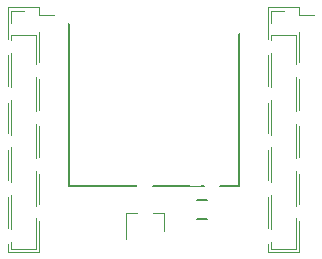
<source format=gto>
G04 #@! TF.GenerationSoftware,KiCad,Pcbnew,(5.1.5-0-10_14)*
G04 #@! TF.CreationDate,2020-04-11T19:26:15-04:00*
G04 #@! TF.ProjectId,crazyflie-usd-spi3,6372617a-7966-46c6-9965-2d7573642d73,rev?*
G04 #@! TF.SameCoordinates,Original*
G04 #@! TF.FileFunction,Legend,Top*
G04 #@! TF.FilePolarity,Positive*
%FSLAX46Y46*%
G04 Gerber Fmt 4.6, Leading zero omitted, Abs format (unit mm)*
G04 Created by KiCad (PCBNEW (5.1.5-0-10_14)) date 2020-04-11 19:26:15*
%MOMM*%
%LPD*%
G04 APERTURE LIST*
%ADD10C,0.120000*%
%ADD11C,0.127000*%
%ADD12C,0.152400*%
%ADD13C,0.100000*%
G04 APERTURE END LIST*
D10*
X139810000Y-58290000D02*
X141040000Y-58290000D01*
X137190000Y-77710000D02*
X137190000Y-78360000D01*
X137190000Y-73710000D02*
X137190000Y-76290000D01*
X137190000Y-69710000D02*
X137190000Y-72290000D01*
X137190000Y-65710000D02*
X137190000Y-68290000D01*
X137190000Y-61710000D02*
X137190000Y-64290000D01*
X137190000Y-57640000D02*
X137190000Y-60290000D01*
X137190000Y-78360000D02*
X139810000Y-78360000D01*
X139810000Y-75710000D02*
X139810000Y-78360000D01*
X139810000Y-71710000D02*
X139810000Y-74290000D01*
X139810000Y-67710000D02*
X139810000Y-70290000D01*
X139810000Y-63710000D02*
X139810000Y-66290000D01*
X139810000Y-59710000D02*
X139810000Y-62290000D01*
X139810000Y-57640000D02*
X139810000Y-58290000D01*
X137190000Y-57640000D02*
X139810000Y-57640000D01*
X161810000Y-58290000D02*
X163040000Y-58290000D01*
X159190000Y-77710000D02*
X159190000Y-78360000D01*
X159190000Y-73710000D02*
X159190000Y-76290000D01*
X159190000Y-69710000D02*
X159190000Y-72290000D01*
X159190000Y-65710000D02*
X159190000Y-68290000D01*
X159190000Y-61710000D02*
X159190000Y-64290000D01*
X159190000Y-57640000D02*
X159190000Y-60290000D01*
X159190000Y-78360000D02*
X161810000Y-78360000D01*
X161810000Y-75710000D02*
X161810000Y-78360000D01*
X161810000Y-71710000D02*
X161810000Y-74290000D01*
X161810000Y-67710000D02*
X161810000Y-70290000D01*
X161810000Y-63710000D02*
X161810000Y-66290000D01*
X161810000Y-59710000D02*
X161810000Y-62290000D01*
X161810000Y-57640000D02*
X161810000Y-58290000D01*
X159190000Y-57640000D02*
X161810000Y-57640000D01*
D11*
X156690000Y-72760000D02*
X156690000Y-58360000D01*
X156690000Y-72760000D02*
X142290000Y-72760000D01*
X142290000Y-72760000D02*
X142290000Y-57560000D01*
D10*
X150330000Y-75090000D02*
X150330000Y-76550000D01*
X147170000Y-75090000D02*
X147170000Y-77250000D01*
X147170000Y-75090000D02*
X148100000Y-75090000D01*
X150330000Y-75090000D02*
X149400000Y-75090000D01*
D12*
X153193600Y-73950000D02*
X154006400Y-73950000D01*
X153193600Y-75550000D02*
X154006400Y-75550000D01*
D10*
X137440000Y-78060000D02*
X139560000Y-78060000D01*
X137440000Y-60000000D02*
X137440000Y-78060000D01*
X139560000Y-60000000D02*
X139560000Y-78060000D01*
X137440000Y-60000000D02*
X139560000Y-60000000D01*
X137440000Y-59000000D02*
X137440000Y-57940000D01*
X137440000Y-57940000D02*
X138500000Y-57940000D01*
X159440000Y-57940000D02*
X160500000Y-57940000D01*
X159440000Y-59000000D02*
X159440000Y-57940000D01*
X159440000Y-60000000D02*
X161560000Y-60000000D01*
X161560000Y-60000000D02*
X161560000Y-78060000D01*
X159440000Y-60000000D02*
X159440000Y-78060000D01*
X159440000Y-78060000D02*
X161560000Y-78060000D01*
%LPC*%
D13*
G36*
X140924504Y-74501204D02*
G01*
X140948773Y-74504804D01*
X140972571Y-74510765D01*
X140995671Y-74519030D01*
X141017849Y-74529520D01*
X141038893Y-74542133D01*
X141058598Y-74556747D01*
X141076777Y-74573223D01*
X141093253Y-74591402D01*
X141107867Y-74611107D01*
X141120480Y-74632151D01*
X141130970Y-74654329D01*
X141139235Y-74677429D01*
X141145196Y-74701227D01*
X141148796Y-74725496D01*
X141150000Y-74750000D01*
X141150000Y-75250000D01*
X141148796Y-75274504D01*
X141145196Y-75298773D01*
X141139235Y-75322571D01*
X141130970Y-75345671D01*
X141120480Y-75367849D01*
X141107867Y-75388893D01*
X141093253Y-75408598D01*
X141076777Y-75426777D01*
X141058598Y-75443253D01*
X141038893Y-75457867D01*
X141017849Y-75470480D01*
X140995671Y-75480970D01*
X140972571Y-75489235D01*
X140948773Y-75495196D01*
X140924504Y-75498796D01*
X140900000Y-75500000D01*
X139500000Y-75500000D01*
X139475496Y-75498796D01*
X139451227Y-75495196D01*
X139427429Y-75489235D01*
X139404329Y-75480970D01*
X139382151Y-75470480D01*
X139361107Y-75457867D01*
X139341402Y-75443253D01*
X139323223Y-75426777D01*
X139306747Y-75408598D01*
X139292133Y-75388893D01*
X139279520Y-75367849D01*
X139269030Y-75345671D01*
X139260765Y-75322571D01*
X139254804Y-75298773D01*
X139251204Y-75274504D01*
X139250000Y-75250000D01*
X139250000Y-74750000D01*
X139251204Y-74725496D01*
X139254804Y-74701227D01*
X139260765Y-74677429D01*
X139269030Y-74654329D01*
X139279520Y-74632151D01*
X139292133Y-74611107D01*
X139306747Y-74591402D01*
X139323223Y-74573223D01*
X139341402Y-74556747D01*
X139361107Y-74542133D01*
X139382151Y-74529520D01*
X139404329Y-74519030D01*
X139427429Y-74510765D01*
X139451227Y-74504804D01*
X139475496Y-74501204D01*
X139500000Y-74500000D01*
X140900000Y-74500000D01*
X140924504Y-74501204D01*
G37*
G36*
X140924504Y-70501204D02*
G01*
X140948773Y-70504804D01*
X140972571Y-70510765D01*
X140995671Y-70519030D01*
X141017849Y-70529520D01*
X141038893Y-70542133D01*
X141058598Y-70556747D01*
X141076777Y-70573223D01*
X141093253Y-70591402D01*
X141107867Y-70611107D01*
X141120480Y-70632151D01*
X141130970Y-70654329D01*
X141139235Y-70677429D01*
X141145196Y-70701227D01*
X141148796Y-70725496D01*
X141150000Y-70750000D01*
X141150000Y-71250000D01*
X141148796Y-71274504D01*
X141145196Y-71298773D01*
X141139235Y-71322571D01*
X141130970Y-71345671D01*
X141120480Y-71367849D01*
X141107867Y-71388893D01*
X141093253Y-71408598D01*
X141076777Y-71426777D01*
X141058598Y-71443253D01*
X141038893Y-71457867D01*
X141017849Y-71470480D01*
X140995671Y-71480970D01*
X140972571Y-71489235D01*
X140948773Y-71495196D01*
X140924504Y-71498796D01*
X140900000Y-71500000D01*
X139500000Y-71500000D01*
X139475496Y-71498796D01*
X139451227Y-71495196D01*
X139427429Y-71489235D01*
X139404329Y-71480970D01*
X139382151Y-71470480D01*
X139361107Y-71457867D01*
X139341402Y-71443253D01*
X139323223Y-71426777D01*
X139306747Y-71408598D01*
X139292133Y-71388893D01*
X139279520Y-71367849D01*
X139269030Y-71345671D01*
X139260765Y-71322571D01*
X139254804Y-71298773D01*
X139251204Y-71274504D01*
X139250000Y-71250000D01*
X139250000Y-70750000D01*
X139251204Y-70725496D01*
X139254804Y-70701227D01*
X139260765Y-70677429D01*
X139269030Y-70654329D01*
X139279520Y-70632151D01*
X139292133Y-70611107D01*
X139306747Y-70591402D01*
X139323223Y-70573223D01*
X139341402Y-70556747D01*
X139361107Y-70542133D01*
X139382151Y-70529520D01*
X139404329Y-70519030D01*
X139427429Y-70510765D01*
X139451227Y-70504804D01*
X139475496Y-70501204D01*
X139500000Y-70500000D01*
X140900000Y-70500000D01*
X140924504Y-70501204D01*
G37*
G36*
X140924504Y-66501204D02*
G01*
X140948773Y-66504804D01*
X140972571Y-66510765D01*
X140995671Y-66519030D01*
X141017849Y-66529520D01*
X141038893Y-66542133D01*
X141058598Y-66556747D01*
X141076777Y-66573223D01*
X141093253Y-66591402D01*
X141107867Y-66611107D01*
X141120480Y-66632151D01*
X141130970Y-66654329D01*
X141139235Y-66677429D01*
X141145196Y-66701227D01*
X141148796Y-66725496D01*
X141150000Y-66750000D01*
X141150000Y-67250000D01*
X141148796Y-67274504D01*
X141145196Y-67298773D01*
X141139235Y-67322571D01*
X141130970Y-67345671D01*
X141120480Y-67367849D01*
X141107867Y-67388893D01*
X141093253Y-67408598D01*
X141076777Y-67426777D01*
X141058598Y-67443253D01*
X141038893Y-67457867D01*
X141017849Y-67470480D01*
X140995671Y-67480970D01*
X140972571Y-67489235D01*
X140948773Y-67495196D01*
X140924504Y-67498796D01*
X140900000Y-67500000D01*
X139500000Y-67500000D01*
X139475496Y-67498796D01*
X139451227Y-67495196D01*
X139427429Y-67489235D01*
X139404329Y-67480970D01*
X139382151Y-67470480D01*
X139361107Y-67457867D01*
X139341402Y-67443253D01*
X139323223Y-67426777D01*
X139306747Y-67408598D01*
X139292133Y-67388893D01*
X139279520Y-67367849D01*
X139269030Y-67345671D01*
X139260765Y-67322571D01*
X139254804Y-67298773D01*
X139251204Y-67274504D01*
X139250000Y-67250000D01*
X139250000Y-66750000D01*
X139251204Y-66725496D01*
X139254804Y-66701227D01*
X139260765Y-66677429D01*
X139269030Y-66654329D01*
X139279520Y-66632151D01*
X139292133Y-66611107D01*
X139306747Y-66591402D01*
X139323223Y-66573223D01*
X139341402Y-66556747D01*
X139361107Y-66542133D01*
X139382151Y-66529520D01*
X139404329Y-66519030D01*
X139427429Y-66510765D01*
X139451227Y-66504804D01*
X139475496Y-66501204D01*
X139500000Y-66500000D01*
X140900000Y-66500000D01*
X140924504Y-66501204D01*
G37*
G36*
X140924504Y-62501204D02*
G01*
X140948773Y-62504804D01*
X140972571Y-62510765D01*
X140995671Y-62519030D01*
X141017849Y-62529520D01*
X141038893Y-62542133D01*
X141058598Y-62556747D01*
X141076777Y-62573223D01*
X141093253Y-62591402D01*
X141107867Y-62611107D01*
X141120480Y-62632151D01*
X141130970Y-62654329D01*
X141139235Y-62677429D01*
X141145196Y-62701227D01*
X141148796Y-62725496D01*
X141150000Y-62750000D01*
X141150000Y-63250000D01*
X141148796Y-63274504D01*
X141145196Y-63298773D01*
X141139235Y-63322571D01*
X141130970Y-63345671D01*
X141120480Y-63367849D01*
X141107867Y-63388893D01*
X141093253Y-63408598D01*
X141076777Y-63426777D01*
X141058598Y-63443253D01*
X141038893Y-63457867D01*
X141017849Y-63470480D01*
X140995671Y-63480970D01*
X140972571Y-63489235D01*
X140948773Y-63495196D01*
X140924504Y-63498796D01*
X140900000Y-63500000D01*
X139500000Y-63500000D01*
X139475496Y-63498796D01*
X139451227Y-63495196D01*
X139427429Y-63489235D01*
X139404329Y-63480970D01*
X139382151Y-63470480D01*
X139361107Y-63457867D01*
X139341402Y-63443253D01*
X139323223Y-63426777D01*
X139306747Y-63408598D01*
X139292133Y-63388893D01*
X139279520Y-63367849D01*
X139269030Y-63345671D01*
X139260765Y-63322571D01*
X139254804Y-63298773D01*
X139251204Y-63274504D01*
X139250000Y-63250000D01*
X139250000Y-62750000D01*
X139251204Y-62725496D01*
X139254804Y-62701227D01*
X139260765Y-62677429D01*
X139269030Y-62654329D01*
X139279520Y-62632151D01*
X139292133Y-62611107D01*
X139306747Y-62591402D01*
X139323223Y-62573223D01*
X139341402Y-62556747D01*
X139361107Y-62542133D01*
X139382151Y-62529520D01*
X139404329Y-62519030D01*
X139427429Y-62510765D01*
X139451227Y-62504804D01*
X139475496Y-62501204D01*
X139500000Y-62500000D01*
X140900000Y-62500000D01*
X140924504Y-62501204D01*
G37*
G36*
X140924504Y-58501204D02*
G01*
X140948773Y-58504804D01*
X140972571Y-58510765D01*
X140995671Y-58519030D01*
X141017849Y-58529520D01*
X141038893Y-58542133D01*
X141058598Y-58556747D01*
X141076777Y-58573223D01*
X141093253Y-58591402D01*
X141107867Y-58611107D01*
X141120480Y-58632151D01*
X141130970Y-58654329D01*
X141139235Y-58677429D01*
X141145196Y-58701227D01*
X141148796Y-58725496D01*
X141150000Y-58750000D01*
X141150000Y-59250000D01*
X141148796Y-59274504D01*
X141145196Y-59298773D01*
X141139235Y-59322571D01*
X141130970Y-59345671D01*
X141120480Y-59367849D01*
X141107867Y-59388893D01*
X141093253Y-59408598D01*
X141076777Y-59426777D01*
X141058598Y-59443253D01*
X141038893Y-59457867D01*
X141017849Y-59470480D01*
X140995671Y-59480970D01*
X140972571Y-59489235D01*
X140948773Y-59495196D01*
X140924504Y-59498796D01*
X140900000Y-59500000D01*
X139500000Y-59500000D01*
X139475496Y-59498796D01*
X139451227Y-59495196D01*
X139427429Y-59489235D01*
X139404329Y-59480970D01*
X139382151Y-59470480D01*
X139361107Y-59457867D01*
X139341402Y-59443253D01*
X139323223Y-59426777D01*
X139306747Y-59408598D01*
X139292133Y-59388893D01*
X139279520Y-59367849D01*
X139269030Y-59345671D01*
X139260765Y-59322571D01*
X139254804Y-59298773D01*
X139251204Y-59274504D01*
X139250000Y-59250000D01*
X139250000Y-58750000D01*
X139251204Y-58725496D01*
X139254804Y-58701227D01*
X139260765Y-58677429D01*
X139269030Y-58654329D01*
X139279520Y-58632151D01*
X139292133Y-58611107D01*
X139306747Y-58591402D01*
X139323223Y-58573223D01*
X139341402Y-58556747D01*
X139361107Y-58542133D01*
X139382151Y-58529520D01*
X139404329Y-58519030D01*
X139427429Y-58510765D01*
X139451227Y-58504804D01*
X139475496Y-58501204D01*
X139500000Y-58500000D01*
X140900000Y-58500000D01*
X140924504Y-58501204D01*
G37*
G36*
X137524504Y-76501204D02*
G01*
X137548773Y-76504804D01*
X137572571Y-76510765D01*
X137595671Y-76519030D01*
X137617849Y-76529520D01*
X137638893Y-76542133D01*
X137658598Y-76556747D01*
X137676777Y-76573223D01*
X137693253Y-76591402D01*
X137707867Y-76611107D01*
X137720480Y-76632151D01*
X137730970Y-76654329D01*
X137739235Y-76677429D01*
X137745196Y-76701227D01*
X137748796Y-76725496D01*
X137750000Y-76750000D01*
X137750000Y-77250000D01*
X137748796Y-77274504D01*
X137745196Y-77298773D01*
X137739235Y-77322571D01*
X137730970Y-77345671D01*
X137720480Y-77367849D01*
X137707867Y-77388893D01*
X137693253Y-77408598D01*
X137676777Y-77426777D01*
X137658598Y-77443253D01*
X137638893Y-77457867D01*
X137617849Y-77470480D01*
X137595671Y-77480970D01*
X137572571Y-77489235D01*
X137548773Y-77495196D01*
X137524504Y-77498796D01*
X137500000Y-77500000D01*
X136100000Y-77500000D01*
X136075496Y-77498796D01*
X136051227Y-77495196D01*
X136027429Y-77489235D01*
X136004329Y-77480970D01*
X135982151Y-77470480D01*
X135961107Y-77457867D01*
X135941402Y-77443253D01*
X135923223Y-77426777D01*
X135906747Y-77408598D01*
X135892133Y-77388893D01*
X135879520Y-77367849D01*
X135869030Y-77345671D01*
X135860765Y-77322571D01*
X135854804Y-77298773D01*
X135851204Y-77274504D01*
X135850000Y-77250000D01*
X135850000Y-76750000D01*
X135851204Y-76725496D01*
X135854804Y-76701227D01*
X135860765Y-76677429D01*
X135869030Y-76654329D01*
X135879520Y-76632151D01*
X135892133Y-76611107D01*
X135906747Y-76591402D01*
X135923223Y-76573223D01*
X135941402Y-76556747D01*
X135961107Y-76542133D01*
X135982151Y-76529520D01*
X136004329Y-76519030D01*
X136027429Y-76510765D01*
X136051227Y-76504804D01*
X136075496Y-76501204D01*
X136100000Y-76500000D01*
X137500000Y-76500000D01*
X137524504Y-76501204D01*
G37*
G36*
X137524504Y-72501204D02*
G01*
X137548773Y-72504804D01*
X137572571Y-72510765D01*
X137595671Y-72519030D01*
X137617849Y-72529520D01*
X137638893Y-72542133D01*
X137658598Y-72556747D01*
X137676777Y-72573223D01*
X137693253Y-72591402D01*
X137707867Y-72611107D01*
X137720480Y-72632151D01*
X137730970Y-72654329D01*
X137739235Y-72677429D01*
X137745196Y-72701227D01*
X137748796Y-72725496D01*
X137750000Y-72750000D01*
X137750000Y-73250000D01*
X137748796Y-73274504D01*
X137745196Y-73298773D01*
X137739235Y-73322571D01*
X137730970Y-73345671D01*
X137720480Y-73367849D01*
X137707867Y-73388893D01*
X137693253Y-73408598D01*
X137676777Y-73426777D01*
X137658598Y-73443253D01*
X137638893Y-73457867D01*
X137617849Y-73470480D01*
X137595671Y-73480970D01*
X137572571Y-73489235D01*
X137548773Y-73495196D01*
X137524504Y-73498796D01*
X137500000Y-73500000D01*
X136100000Y-73500000D01*
X136075496Y-73498796D01*
X136051227Y-73495196D01*
X136027429Y-73489235D01*
X136004329Y-73480970D01*
X135982151Y-73470480D01*
X135961107Y-73457867D01*
X135941402Y-73443253D01*
X135923223Y-73426777D01*
X135906747Y-73408598D01*
X135892133Y-73388893D01*
X135879520Y-73367849D01*
X135869030Y-73345671D01*
X135860765Y-73322571D01*
X135854804Y-73298773D01*
X135851204Y-73274504D01*
X135850000Y-73250000D01*
X135850000Y-72750000D01*
X135851204Y-72725496D01*
X135854804Y-72701227D01*
X135860765Y-72677429D01*
X135869030Y-72654329D01*
X135879520Y-72632151D01*
X135892133Y-72611107D01*
X135906747Y-72591402D01*
X135923223Y-72573223D01*
X135941402Y-72556747D01*
X135961107Y-72542133D01*
X135982151Y-72529520D01*
X136004329Y-72519030D01*
X136027429Y-72510765D01*
X136051227Y-72504804D01*
X136075496Y-72501204D01*
X136100000Y-72500000D01*
X137500000Y-72500000D01*
X137524504Y-72501204D01*
G37*
G36*
X137524504Y-68501204D02*
G01*
X137548773Y-68504804D01*
X137572571Y-68510765D01*
X137595671Y-68519030D01*
X137617849Y-68529520D01*
X137638893Y-68542133D01*
X137658598Y-68556747D01*
X137676777Y-68573223D01*
X137693253Y-68591402D01*
X137707867Y-68611107D01*
X137720480Y-68632151D01*
X137730970Y-68654329D01*
X137739235Y-68677429D01*
X137745196Y-68701227D01*
X137748796Y-68725496D01*
X137750000Y-68750000D01*
X137750000Y-69250000D01*
X137748796Y-69274504D01*
X137745196Y-69298773D01*
X137739235Y-69322571D01*
X137730970Y-69345671D01*
X137720480Y-69367849D01*
X137707867Y-69388893D01*
X137693253Y-69408598D01*
X137676777Y-69426777D01*
X137658598Y-69443253D01*
X137638893Y-69457867D01*
X137617849Y-69470480D01*
X137595671Y-69480970D01*
X137572571Y-69489235D01*
X137548773Y-69495196D01*
X137524504Y-69498796D01*
X137500000Y-69500000D01*
X136100000Y-69500000D01*
X136075496Y-69498796D01*
X136051227Y-69495196D01*
X136027429Y-69489235D01*
X136004329Y-69480970D01*
X135982151Y-69470480D01*
X135961107Y-69457867D01*
X135941402Y-69443253D01*
X135923223Y-69426777D01*
X135906747Y-69408598D01*
X135892133Y-69388893D01*
X135879520Y-69367849D01*
X135869030Y-69345671D01*
X135860765Y-69322571D01*
X135854804Y-69298773D01*
X135851204Y-69274504D01*
X135850000Y-69250000D01*
X135850000Y-68750000D01*
X135851204Y-68725496D01*
X135854804Y-68701227D01*
X135860765Y-68677429D01*
X135869030Y-68654329D01*
X135879520Y-68632151D01*
X135892133Y-68611107D01*
X135906747Y-68591402D01*
X135923223Y-68573223D01*
X135941402Y-68556747D01*
X135961107Y-68542133D01*
X135982151Y-68529520D01*
X136004329Y-68519030D01*
X136027429Y-68510765D01*
X136051227Y-68504804D01*
X136075496Y-68501204D01*
X136100000Y-68500000D01*
X137500000Y-68500000D01*
X137524504Y-68501204D01*
G37*
G36*
X137524504Y-64501204D02*
G01*
X137548773Y-64504804D01*
X137572571Y-64510765D01*
X137595671Y-64519030D01*
X137617849Y-64529520D01*
X137638893Y-64542133D01*
X137658598Y-64556747D01*
X137676777Y-64573223D01*
X137693253Y-64591402D01*
X137707867Y-64611107D01*
X137720480Y-64632151D01*
X137730970Y-64654329D01*
X137739235Y-64677429D01*
X137745196Y-64701227D01*
X137748796Y-64725496D01*
X137750000Y-64750000D01*
X137750000Y-65250000D01*
X137748796Y-65274504D01*
X137745196Y-65298773D01*
X137739235Y-65322571D01*
X137730970Y-65345671D01*
X137720480Y-65367849D01*
X137707867Y-65388893D01*
X137693253Y-65408598D01*
X137676777Y-65426777D01*
X137658598Y-65443253D01*
X137638893Y-65457867D01*
X137617849Y-65470480D01*
X137595671Y-65480970D01*
X137572571Y-65489235D01*
X137548773Y-65495196D01*
X137524504Y-65498796D01*
X137500000Y-65500000D01*
X136100000Y-65500000D01*
X136075496Y-65498796D01*
X136051227Y-65495196D01*
X136027429Y-65489235D01*
X136004329Y-65480970D01*
X135982151Y-65470480D01*
X135961107Y-65457867D01*
X135941402Y-65443253D01*
X135923223Y-65426777D01*
X135906747Y-65408598D01*
X135892133Y-65388893D01*
X135879520Y-65367849D01*
X135869030Y-65345671D01*
X135860765Y-65322571D01*
X135854804Y-65298773D01*
X135851204Y-65274504D01*
X135850000Y-65250000D01*
X135850000Y-64750000D01*
X135851204Y-64725496D01*
X135854804Y-64701227D01*
X135860765Y-64677429D01*
X135869030Y-64654329D01*
X135879520Y-64632151D01*
X135892133Y-64611107D01*
X135906747Y-64591402D01*
X135923223Y-64573223D01*
X135941402Y-64556747D01*
X135961107Y-64542133D01*
X135982151Y-64529520D01*
X136004329Y-64519030D01*
X136027429Y-64510765D01*
X136051227Y-64504804D01*
X136075496Y-64501204D01*
X136100000Y-64500000D01*
X137500000Y-64500000D01*
X137524504Y-64501204D01*
G37*
G36*
X137524504Y-60501204D02*
G01*
X137548773Y-60504804D01*
X137572571Y-60510765D01*
X137595671Y-60519030D01*
X137617849Y-60529520D01*
X137638893Y-60542133D01*
X137658598Y-60556747D01*
X137676777Y-60573223D01*
X137693253Y-60591402D01*
X137707867Y-60611107D01*
X137720480Y-60632151D01*
X137730970Y-60654329D01*
X137739235Y-60677429D01*
X137745196Y-60701227D01*
X137748796Y-60725496D01*
X137750000Y-60750000D01*
X137750000Y-61250000D01*
X137748796Y-61274504D01*
X137745196Y-61298773D01*
X137739235Y-61322571D01*
X137730970Y-61345671D01*
X137720480Y-61367849D01*
X137707867Y-61388893D01*
X137693253Y-61408598D01*
X137676777Y-61426777D01*
X137658598Y-61443253D01*
X137638893Y-61457867D01*
X137617849Y-61470480D01*
X137595671Y-61480970D01*
X137572571Y-61489235D01*
X137548773Y-61495196D01*
X137524504Y-61498796D01*
X137500000Y-61500000D01*
X136100000Y-61500000D01*
X136075496Y-61498796D01*
X136051227Y-61495196D01*
X136027429Y-61489235D01*
X136004329Y-61480970D01*
X135982151Y-61470480D01*
X135961107Y-61457867D01*
X135941402Y-61443253D01*
X135923223Y-61426777D01*
X135906747Y-61408598D01*
X135892133Y-61388893D01*
X135879520Y-61367849D01*
X135869030Y-61345671D01*
X135860765Y-61322571D01*
X135854804Y-61298773D01*
X135851204Y-61274504D01*
X135850000Y-61250000D01*
X135850000Y-60750000D01*
X135851204Y-60725496D01*
X135854804Y-60701227D01*
X135860765Y-60677429D01*
X135869030Y-60654329D01*
X135879520Y-60632151D01*
X135892133Y-60611107D01*
X135906747Y-60591402D01*
X135923223Y-60573223D01*
X135941402Y-60556747D01*
X135961107Y-60542133D01*
X135982151Y-60529520D01*
X136004329Y-60519030D01*
X136027429Y-60510765D01*
X136051227Y-60504804D01*
X136075496Y-60501204D01*
X136100000Y-60500000D01*
X137500000Y-60500000D01*
X137524504Y-60501204D01*
G37*
G36*
X162924504Y-74501204D02*
G01*
X162948773Y-74504804D01*
X162972571Y-74510765D01*
X162995671Y-74519030D01*
X163017849Y-74529520D01*
X163038893Y-74542133D01*
X163058598Y-74556747D01*
X163076777Y-74573223D01*
X163093253Y-74591402D01*
X163107867Y-74611107D01*
X163120480Y-74632151D01*
X163130970Y-74654329D01*
X163139235Y-74677429D01*
X163145196Y-74701227D01*
X163148796Y-74725496D01*
X163150000Y-74750000D01*
X163150000Y-75250000D01*
X163148796Y-75274504D01*
X163145196Y-75298773D01*
X163139235Y-75322571D01*
X163130970Y-75345671D01*
X163120480Y-75367849D01*
X163107867Y-75388893D01*
X163093253Y-75408598D01*
X163076777Y-75426777D01*
X163058598Y-75443253D01*
X163038893Y-75457867D01*
X163017849Y-75470480D01*
X162995671Y-75480970D01*
X162972571Y-75489235D01*
X162948773Y-75495196D01*
X162924504Y-75498796D01*
X162900000Y-75500000D01*
X161500000Y-75500000D01*
X161475496Y-75498796D01*
X161451227Y-75495196D01*
X161427429Y-75489235D01*
X161404329Y-75480970D01*
X161382151Y-75470480D01*
X161361107Y-75457867D01*
X161341402Y-75443253D01*
X161323223Y-75426777D01*
X161306747Y-75408598D01*
X161292133Y-75388893D01*
X161279520Y-75367849D01*
X161269030Y-75345671D01*
X161260765Y-75322571D01*
X161254804Y-75298773D01*
X161251204Y-75274504D01*
X161250000Y-75250000D01*
X161250000Y-74750000D01*
X161251204Y-74725496D01*
X161254804Y-74701227D01*
X161260765Y-74677429D01*
X161269030Y-74654329D01*
X161279520Y-74632151D01*
X161292133Y-74611107D01*
X161306747Y-74591402D01*
X161323223Y-74573223D01*
X161341402Y-74556747D01*
X161361107Y-74542133D01*
X161382151Y-74529520D01*
X161404329Y-74519030D01*
X161427429Y-74510765D01*
X161451227Y-74504804D01*
X161475496Y-74501204D01*
X161500000Y-74500000D01*
X162900000Y-74500000D01*
X162924504Y-74501204D01*
G37*
G36*
X162924504Y-70501204D02*
G01*
X162948773Y-70504804D01*
X162972571Y-70510765D01*
X162995671Y-70519030D01*
X163017849Y-70529520D01*
X163038893Y-70542133D01*
X163058598Y-70556747D01*
X163076777Y-70573223D01*
X163093253Y-70591402D01*
X163107867Y-70611107D01*
X163120480Y-70632151D01*
X163130970Y-70654329D01*
X163139235Y-70677429D01*
X163145196Y-70701227D01*
X163148796Y-70725496D01*
X163150000Y-70750000D01*
X163150000Y-71250000D01*
X163148796Y-71274504D01*
X163145196Y-71298773D01*
X163139235Y-71322571D01*
X163130970Y-71345671D01*
X163120480Y-71367849D01*
X163107867Y-71388893D01*
X163093253Y-71408598D01*
X163076777Y-71426777D01*
X163058598Y-71443253D01*
X163038893Y-71457867D01*
X163017849Y-71470480D01*
X162995671Y-71480970D01*
X162972571Y-71489235D01*
X162948773Y-71495196D01*
X162924504Y-71498796D01*
X162900000Y-71500000D01*
X161500000Y-71500000D01*
X161475496Y-71498796D01*
X161451227Y-71495196D01*
X161427429Y-71489235D01*
X161404329Y-71480970D01*
X161382151Y-71470480D01*
X161361107Y-71457867D01*
X161341402Y-71443253D01*
X161323223Y-71426777D01*
X161306747Y-71408598D01*
X161292133Y-71388893D01*
X161279520Y-71367849D01*
X161269030Y-71345671D01*
X161260765Y-71322571D01*
X161254804Y-71298773D01*
X161251204Y-71274504D01*
X161250000Y-71250000D01*
X161250000Y-70750000D01*
X161251204Y-70725496D01*
X161254804Y-70701227D01*
X161260765Y-70677429D01*
X161269030Y-70654329D01*
X161279520Y-70632151D01*
X161292133Y-70611107D01*
X161306747Y-70591402D01*
X161323223Y-70573223D01*
X161341402Y-70556747D01*
X161361107Y-70542133D01*
X161382151Y-70529520D01*
X161404329Y-70519030D01*
X161427429Y-70510765D01*
X161451227Y-70504804D01*
X161475496Y-70501204D01*
X161500000Y-70500000D01*
X162900000Y-70500000D01*
X162924504Y-70501204D01*
G37*
G36*
X162924504Y-66501204D02*
G01*
X162948773Y-66504804D01*
X162972571Y-66510765D01*
X162995671Y-66519030D01*
X163017849Y-66529520D01*
X163038893Y-66542133D01*
X163058598Y-66556747D01*
X163076777Y-66573223D01*
X163093253Y-66591402D01*
X163107867Y-66611107D01*
X163120480Y-66632151D01*
X163130970Y-66654329D01*
X163139235Y-66677429D01*
X163145196Y-66701227D01*
X163148796Y-66725496D01*
X163150000Y-66750000D01*
X163150000Y-67250000D01*
X163148796Y-67274504D01*
X163145196Y-67298773D01*
X163139235Y-67322571D01*
X163130970Y-67345671D01*
X163120480Y-67367849D01*
X163107867Y-67388893D01*
X163093253Y-67408598D01*
X163076777Y-67426777D01*
X163058598Y-67443253D01*
X163038893Y-67457867D01*
X163017849Y-67470480D01*
X162995671Y-67480970D01*
X162972571Y-67489235D01*
X162948773Y-67495196D01*
X162924504Y-67498796D01*
X162900000Y-67500000D01*
X161500000Y-67500000D01*
X161475496Y-67498796D01*
X161451227Y-67495196D01*
X161427429Y-67489235D01*
X161404329Y-67480970D01*
X161382151Y-67470480D01*
X161361107Y-67457867D01*
X161341402Y-67443253D01*
X161323223Y-67426777D01*
X161306747Y-67408598D01*
X161292133Y-67388893D01*
X161279520Y-67367849D01*
X161269030Y-67345671D01*
X161260765Y-67322571D01*
X161254804Y-67298773D01*
X161251204Y-67274504D01*
X161250000Y-67250000D01*
X161250000Y-66750000D01*
X161251204Y-66725496D01*
X161254804Y-66701227D01*
X161260765Y-66677429D01*
X161269030Y-66654329D01*
X161279520Y-66632151D01*
X161292133Y-66611107D01*
X161306747Y-66591402D01*
X161323223Y-66573223D01*
X161341402Y-66556747D01*
X161361107Y-66542133D01*
X161382151Y-66529520D01*
X161404329Y-66519030D01*
X161427429Y-66510765D01*
X161451227Y-66504804D01*
X161475496Y-66501204D01*
X161500000Y-66500000D01*
X162900000Y-66500000D01*
X162924504Y-66501204D01*
G37*
G36*
X162924504Y-62501204D02*
G01*
X162948773Y-62504804D01*
X162972571Y-62510765D01*
X162995671Y-62519030D01*
X163017849Y-62529520D01*
X163038893Y-62542133D01*
X163058598Y-62556747D01*
X163076777Y-62573223D01*
X163093253Y-62591402D01*
X163107867Y-62611107D01*
X163120480Y-62632151D01*
X163130970Y-62654329D01*
X163139235Y-62677429D01*
X163145196Y-62701227D01*
X163148796Y-62725496D01*
X163150000Y-62750000D01*
X163150000Y-63250000D01*
X163148796Y-63274504D01*
X163145196Y-63298773D01*
X163139235Y-63322571D01*
X163130970Y-63345671D01*
X163120480Y-63367849D01*
X163107867Y-63388893D01*
X163093253Y-63408598D01*
X163076777Y-63426777D01*
X163058598Y-63443253D01*
X163038893Y-63457867D01*
X163017849Y-63470480D01*
X162995671Y-63480970D01*
X162972571Y-63489235D01*
X162948773Y-63495196D01*
X162924504Y-63498796D01*
X162900000Y-63500000D01*
X161500000Y-63500000D01*
X161475496Y-63498796D01*
X161451227Y-63495196D01*
X161427429Y-63489235D01*
X161404329Y-63480970D01*
X161382151Y-63470480D01*
X161361107Y-63457867D01*
X161341402Y-63443253D01*
X161323223Y-63426777D01*
X161306747Y-63408598D01*
X161292133Y-63388893D01*
X161279520Y-63367849D01*
X161269030Y-63345671D01*
X161260765Y-63322571D01*
X161254804Y-63298773D01*
X161251204Y-63274504D01*
X161250000Y-63250000D01*
X161250000Y-62750000D01*
X161251204Y-62725496D01*
X161254804Y-62701227D01*
X161260765Y-62677429D01*
X161269030Y-62654329D01*
X161279520Y-62632151D01*
X161292133Y-62611107D01*
X161306747Y-62591402D01*
X161323223Y-62573223D01*
X161341402Y-62556747D01*
X161361107Y-62542133D01*
X161382151Y-62529520D01*
X161404329Y-62519030D01*
X161427429Y-62510765D01*
X161451227Y-62504804D01*
X161475496Y-62501204D01*
X161500000Y-62500000D01*
X162900000Y-62500000D01*
X162924504Y-62501204D01*
G37*
G36*
X162924504Y-58501204D02*
G01*
X162948773Y-58504804D01*
X162972571Y-58510765D01*
X162995671Y-58519030D01*
X163017849Y-58529520D01*
X163038893Y-58542133D01*
X163058598Y-58556747D01*
X163076777Y-58573223D01*
X163093253Y-58591402D01*
X163107867Y-58611107D01*
X163120480Y-58632151D01*
X163130970Y-58654329D01*
X163139235Y-58677429D01*
X163145196Y-58701227D01*
X163148796Y-58725496D01*
X163150000Y-58750000D01*
X163150000Y-59250000D01*
X163148796Y-59274504D01*
X163145196Y-59298773D01*
X163139235Y-59322571D01*
X163130970Y-59345671D01*
X163120480Y-59367849D01*
X163107867Y-59388893D01*
X163093253Y-59408598D01*
X163076777Y-59426777D01*
X163058598Y-59443253D01*
X163038893Y-59457867D01*
X163017849Y-59470480D01*
X162995671Y-59480970D01*
X162972571Y-59489235D01*
X162948773Y-59495196D01*
X162924504Y-59498796D01*
X162900000Y-59500000D01*
X161500000Y-59500000D01*
X161475496Y-59498796D01*
X161451227Y-59495196D01*
X161427429Y-59489235D01*
X161404329Y-59480970D01*
X161382151Y-59470480D01*
X161361107Y-59457867D01*
X161341402Y-59443253D01*
X161323223Y-59426777D01*
X161306747Y-59408598D01*
X161292133Y-59388893D01*
X161279520Y-59367849D01*
X161269030Y-59345671D01*
X161260765Y-59322571D01*
X161254804Y-59298773D01*
X161251204Y-59274504D01*
X161250000Y-59250000D01*
X161250000Y-58750000D01*
X161251204Y-58725496D01*
X161254804Y-58701227D01*
X161260765Y-58677429D01*
X161269030Y-58654329D01*
X161279520Y-58632151D01*
X161292133Y-58611107D01*
X161306747Y-58591402D01*
X161323223Y-58573223D01*
X161341402Y-58556747D01*
X161361107Y-58542133D01*
X161382151Y-58529520D01*
X161404329Y-58519030D01*
X161427429Y-58510765D01*
X161451227Y-58504804D01*
X161475496Y-58501204D01*
X161500000Y-58500000D01*
X162900000Y-58500000D01*
X162924504Y-58501204D01*
G37*
G36*
X159524504Y-76501204D02*
G01*
X159548773Y-76504804D01*
X159572571Y-76510765D01*
X159595671Y-76519030D01*
X159617849Y-76529520D01*
X159638893Y-76542133D01*
X159658598Y-76556747D01*
X159676777Y-76573223D01*
X159693253Y-76591402D01*
X159707867Y-76611107D01*
X159720480Y-76632151D01*
X159730970Y-76654329D01*
X159739235Y-76677429D01*
X159745196Y-76701227D01*
X159748796Y-76725496D01*
X159750000Y-76750000D01*
X159750000Y-77250000D01*
X159748796Y-77274504D01*
X159745196Y-77298773D01*
X159739235Y-77322571D01*
X159730970Y-77345671D01*
X159720480Y-77367849D01*
X159707867Y-77388893D01*
X159693253Y-77408598D01*
X159676777Y-77426777D01*
X159658598Y-77443253D01*
X159638893Y-77457867D01*
X159617849Y-77470480D01*
X159595671Y-77480970D01*
X159572571Y-77489235D01*
X159548773Y-77495196D01*
X159524504Y-77498796D01*
X159500000Y-77500000D01*
X158100000Y-77500000D01*
X158075496Y-77498796D01*
X158051227Y-77495196D01*
X158027429Y-77489235D01*
X158004329Y-77480970D01*
X157982151Y-77470480D01*
X157961107Y-77457867D01*
X157941402Y-77443253D01*
X157923223Y-77426777D01*
X157906747Y-77408598D01*
X157892133Y-77388893D01*
X157879520Y-77367849D01*
X157869030Y-77345671D01*
X157860765Y-77322571D01*
X157854804Y-77298773D01*
X157851204Y-77274504D01*
X157850000Y-77250000D01*
X157850000Y-76750000D01*
X157851204Y-76725496D01*
X157854804Y-76701227D01*
X157860765Y-76677429D01*
X157869030Y-76654329D01*
X157879520Y-76632151D01*
X157892133Y-76611107D01*
X157906747Y-76591402D01*
X157923223Y-76573223D01*
X157941402Y-76556747D01*
X157961107Y-76542133D01*
X157982151Y-76529520D01*
X158004329Y-76519030D01*
X158027429Y-76510765D01*
X158051227Y-76504804D01*
X158075496Y-76501204D01*
X158100000Y-76500000D01*
X159500000Y-76500000D01*
X159524504Y-76501204D01*
G37*
G36*
X159524504Y-72501204D02*
G01*
X159548773Y-72504804D01*
X159572571Y-72510765D01*
X159595671Y-72519030D01*
X159617849Y-72529520D01*
X159638893Y-72542133D01*
X159658598Y-72556747D01*
X159676777Y-72573223D01*
X159693253Y-72591402D01*
X159707867Y-72611107D01*
X159720480Y-72632151D01*
X159730970Y-72654329D01*
X159739235Y-72677429D01*
X159745196Y-72701227D01*
X159748796Y-72725496D01*
X159750000Y-72750000D01*
X159750000Y-73250000D01*
X159748796Y-73274504D01*
X159745196Y-73298773D01*
X159739235Y-73322571D01*
X159730970Y-73345671D01*
X159720480Y-73367849D01*
X159707867Y-73388893D01*
X159693253Y-73408598D01*
X159676777Y-73426777D01*
X159658598Y-73443253D01*
X159638893Y-73457867D01*
X159617849Y-73470480D01*
X159595671Y-73480970D01*
X159572571Y-73489235D01*
X159548773Y-73495196D01*
X159524504Y-73498796D01*
X159500000Y-73500000D01*
X158100000Y-73500000D01*
X158075496Y-73498796D01*
X158051227Y-73495196D01*
X158027429Y-73489235D01*
X158004329Y-73480970D01*
X157982151Y-73470480D01*
X157961107Y-73457867D01*
X157941402Y-73443253D01*
X157923223Y-73426777D01*
X157906747Y-73408598D01*
X157892133Y-73388893D01*
X157879520Y-73367849D01*
X157869030Y-73345671D01*
X157860765Y-73322571D01*
X157854804Y-73298773D01*
X157851204Y-73274504D01*
X157850000Y-73250000D01*
X157850000Y-72750000D01*
X157851204Y-72725496D01*
X157854804Y-72701227D01*
X157860765Y-72677429D01*
X157869030Y-72654329D01*
X157879520Y-72632151D01*
X157892133Y-72611107D01*
X157906747Y-72591402D01*
X157923223Y-72573223D01*
X157941402Y-72556747D01*
X157961107Y-72542133D01*
X157982151Y-72529520D01*
X158004329Y-72519030D01*
X158027429Y-72510765D01*
X158051227Y-72504804D01*
X158075496Y-72501204D01*
X158100000Y-72500000D01*
X159500000Y-72500000D01*
X159524504Y-72501204D01*
G37*
G36*
X159524504Y-68501204D02*
G01*
X159548773Y-68504804D01*
X159572571Y-68510765D01*
X159595671Y-68519030D01*
X159617849Y-68529520D01*
X159638893Y-68542133D01*
X159658598Y-68556747D01*
X159676777Y-68573223D01*
X159693253Y-68591402D01*
X159707867Y-68611107D01*
X159720480Y-68632151D01*
X159730970Y-68654329D01*
X159739235Y-68677429D01*
X159745196Y-68701227D01*
X159748796Y-68725496D01*
X159750000Y-68750000D01*
X159750000Y-69250000D01*
X159748796Y-69274504D01*
X159745196Y-69298773D01*
X159739235Y-69322571D01*
X159730970Y-69345671D01*
X159720480Y-69367849D01*
X159707867Y-69388893D01*
X159693253Y-69408598D01*
X159676777Y-69426777D01*
X159658598Y-69443253D01*
X159638893Y-69457867D01*
X159617849Y-69470480D01*
X159595671Y-69480970D01*
X159572571Y-69489235D01*
X159548773Y-69495196D01*
X159524504Y-69498796D01*
X159500000Y-69500000D01*
X158100000Y-69500000D01*
X158075496Y-69498796D01*
X158051227Y-69495196D01*
X158027429Y-69489235D01*
X158004329Y-69480970D01*
X157982151Y-69470480D01*
X157961107Y-69457867D01*
X157941402Y-69443253D01*
X157923223Y-69426777D01*
X157906747Y-69408598D01*
X157892133Y-69388893D01*
X157879520Y-69367849D01*
X157869030Y-69345671D01*
X157860765Y-69322571D01*
X157854804Y-69298773D01*
X157851204Y-69274504D01*
X157850000Y-69250000D01*
X157850000Y-68750000D01*
X157851204Y-68725496D01*
X157854804Y-68701227D01*
X157860765Y-68677429D01*
X157869030Y-68654329D01*
X157879520Y-68632151D01*
X157892133Y-68611107D01*
X157906747Y-68591402D01*
X157923223Y-68573223D01*
X157941402Y-68556747D01*
X157961107Y-68542133D01*
X157982151Y-68529520D01*
X158004329Y-68519030D01*
X158027429Y-68510765D01*
X158051227Y-68504804D01*
X158075496Y-68501204D01*
X158100000Y-68500000D01*
X159500000Y-68500000D01*
X159524504Y-68501204D01*
G37*
G36*
X159524504Y-64501204D02*
G01*
X159548773Y-64504804D01*
X159572571Y-64510765D01*
X159595671Y-64519030D01*
X159617849Y-64529520D01*
X159638893Y-64542133D01*
X159658598Y-64556747D01*
X159676777Y-64573223D01*
X159693253Y-64591402D01*
X159707867Y-64611107D01*
X159720480Y-64632151D01*
X159730970Y-64654329D01*
X159739235Y-64677429D01*
X159745196Y-64701227D01*
X159748796Y-64725496D01*
X159750000Y-64750000D01*
X159750000Y-65250000D01*
X159748796Y-65274504D01*
X159745196Y-65298773D01*
X159739235Y-65322571D01*
X159730970Y-65345671D01*
X159720480Y-65367849D01*
X159707867Y-65388893D01*
X159693253Y-65408598D01*
X159676777Y-65426777D01*
X159658598Y-65443253D01*
X159638893Y-65457867D01*
X159617849Y-65470480D01*
X159595671Y-65480970D01*
X159572571Y-65489235D01*
X159548773Y-65495196D01*
X159524504Y-65498796D01*
X159500000Y-65500000D01*
X158100000Y-65500000D01*
X158075496Y-65498796D01*
X158051227Y-65495196D01*
X158027429Y-65489235D01*
X158004329Y-65480970D01*
X157982151Y-65470480D01*
X157961107Y-65457867D01*
X157941402Y-65443253D01*
X157923223Y-65426777D01*
X157906747Y-65408598D01*
X157892133Y-65388893D01*
X157879520Y-65367849D01*
X157869030Y-65345671D01*
X157860765Y-65322571D01*
X157854804Y-65298773D01*
X157851204Y-65274504D01*
X157850000Y-65250000D01*
X157850000Y-64750000D01*
X157851204Y-64725496D01*
X157854804Y-64701227D01*
X157860765Y-64677429D01*
X157869030Y-64654329D01*
X157879520Y-64632151D01*
X157892133Y-64611107D01*
X157906747Y-64591402D01*
X157923223Y-64573223D01*
X157941402Y-64556747D01*
X157961107Y-64542133D01*
X157982151Y-64529520D01*
X158004329Y-64519030D01*
X158027429Y-64510765D01*
X158051227Y-64504804D01*
X158075496Y-64501204D01*
X158100000Y-64500000D01*
X159500000Y-64500000D01*
X159524504Y-64501204D01*
G37*
G36*
X159524504Y-60501204D02*
G01*
X159548773Y-60504804D01*
X159572571Y-60510765D01*
X159595671Y-60519030D01*
X159617849Y-60529520D01*
X159638893Y-60542133D01*
X159658598Y-60556747D01*
X159676777Y-60573223D01*
X159693253Y-60591402D01*
X159707867Y-60611107D01*
X159720480Y-60632151D01*
X159730970Y-60654329D01*
X159739235Y-60677429D01*
X159745196Y-60701227D01*
X159748796Y-60725496D01*
X159750000Y-60750000D01*
X159750000Y-61250000D01*
X159748796Y-61274504D01*
X159745196Y-61298773D01*
X159739235Y-61322571D01*
X159730970Y-61345671D01*
X159720480Y-61367849D01*
X159707867Y-61388893D01*
X159693253Y-61408598D01*
X159676777Y-61426777D01*
X159658598Y-61443253D01*
X159638893Y-61457867D01*
X159617849Y-61470480D01*
X159595671Y-61480970D01*
X159572571Y-61489235D01*
X159548773Y-61495196D01*
X159524504Y-61498796D01*
X159500000Y-61500000D01*
X158100000Y-61500000D01*
X158075496Y-61498796D01*
X158051227Y-61495196D01*
X158027429Y-61489235D01*
X158004329Y-61480970D01*
X157982151Y-61470480D01*
X157961107Y-61457867D01*
X157941402Y-61443253D01*
X157923223Y-61426777D01*
X157906747Y-61408598D01*
X157892133Y-61388893D01*
X157879520Y-61367849D01*
X157869030Y-61345671D01*
X157860765Y-61322571D01*
X157854804Y-61298773D01*
X157851204Y-61274504D01*
X157850000Y-61250000D01*
X157850000Y-60750000D01*
X157851204Y-60725496D01*
X157854804Y-60701227D01*
X157860765Y-60677429D01*
X157869030Y-60654329D01*
X157879520Y-60632151D01*
X157892133Y-60611107D01*
X157906747Y-60591402D01*
X157923223Y-60573223D01*
X157941402Y-60556747D01*
X157961107Y-60542133D01*
X157982151Y-60529520D01*
X158004329Y-60519030D01*
X158027429Y-60510765D01*
X158051227Y-60504804D01*
X158075496Y-60501204D01*
X158100000Y-60500000D01*
X159500000Y-60500000D01*
X159524504Y-60501204D01*
G37*
G36*
X155497054Y-60501083D02*
G01*
X155518895Y-60504323D01*
X155540314Y-60509688D01*
X155561104Y-60517127D01*
X155581064Y-60526568D01*
X155600003Y-60537919D01*
X155617738Y-60551073D01*
X155634099Y-60565901D01*
X155648927Y-60582262D01*
X155662081Y-60599997D01*
X155673432Y-60618936D01*
X155682873Y-60638896D01*
X155690312Y-60659686D01*
X155695677Y-60681105D01*
X155698917Y-60702946D01*
X155700000Y-60725000D01*
X155700000Y-61875000D01*
X155698917Y-61897054D01*
X155695677Y-61918895D01*
X155690312Y-61940314D01*
X155682873Y-61961104D01*
X155673432Y-61981064D01*
X155662081Y-62000003D01*
X155648927Y-62017738D01*
X155634099Y-62034099D01*
X155617738Y-62048927D01*
X155600003Y-62062081D01*
X155581064Y-62073432D01*
X155561104Y-62082873D01*
X155540314Y-62090312D01*
X155518895Y-62095677D01*
X155497054Y-62098917D01*
X155475000Y-62100000D01*
X155025000Y-62100000D01*
X155002946Y-62098917D01*
X154981105Y-62095677D01*
X154959686Y-62090312D01*
X154938896Y-62082873D01*
X154918936Y-62073432D01*
X154899997Y-62062081D01*
X154882262Y-62048927D01*
X154865901Y-62034099D01*
X154851073Y-62017738D01*
X154837919Y-62000003D01*
X154826568Y-61981064D01*
X154817127Y-61961104D01*
X154809688Y-61940314D01*
X154804323Y-61918895D01*
X154801083Y-61897054D01*
X154800000Y-61875000D01*
X154800000Y-60725000D01*
X154801083Y-60702946D01*
X154804323Y-60681105D01*
X154809688Y-60659686D01*
X154817127Y-60638896D01*
X154826568Y-60618936D01*
X154837919Y-60599997D01*
X154851073Y-60582262D01*
X154865901Y-60565901D01*
X154882262Y-60551073D01*
X154899997Y-60537919D01*
X154918936Y-60526568D01*
X154938896Y-60517127D01*
X154959686Y-60509688D01*
X154981105Y-60504323D01*
X155002946Y-60501083D01*
X155025000Y-60500000D01*
X155475000Y-60500000D01*
X155497054Y-60501083D01*
G37*
G36*
X154397054Y-60501083D02*
G01*
X154418895Y-60504323D01*
X154440314Y-60509688D01*
X154461104Y-60517127D01*
X154481064Y-60526568D01*
X154500003Y-60537919D01*
X154517738Y-60551073D01*
X154534099Y-60565901D01*
X154548927Y-60582262D01*
X154562081Y-60599997D01*
X154573432Y-60618936D01*
X154582873Y-60638896D01*
X154590312Y-60659686D01*
X154595677Y-60681105D01*
X154598917Y-60702946D01*
X154600000Y-60725000D01*
X154600000Y-61875000D01*
X154598917Y-61897054D01*
X154595677Y-61918895D01*
X154590312Y-61940314D01*
X154582873Y-61961104D01*
X154573432Y-61981064D01*
X154562081Y-62000003D01*
X154548927Y-62017738D01*
X154534099Y-62034099D01*
X154517738Y-62048927D01*
X154500003Y-62062081D01*
X154481064Y-62073432D01*
X154461104Y-62082873D01*
X154440314Y-62090312D01*
X154418895Y-62095677D01*
X154397054Y-62098917D01*
X154375000Y-62100000D01*
X153925000Y-62100000D01*
X153902946Y-62098917D01*
X153881105Y-62095677D01*
X153859686Y-62090312D01*
X153838896Y-62082873D01*
X153818936Y-62073432D01*
X153799997Y-62062081D01*
X153782262Y-62048927D01*
X153765901Y-62034099D01*
X153751073Y-62017738D01*
X153737919Y-62000003D01*
X153726568Y-61981064D01*
X153717127Y-61961104D01*
X153709688Y-61940314D01*
X153704323Y-61918895D01*
X153701083Y-61897054D01*
X153700000Y-61875000D01*
X153700000Y-60725000D01*
X153701083Y-60702946D01*
X153704323Y-60681105D01*
X153709688Y-60659686D01*
X153717127Y-60638896D01*
X153726568Y-60618936D01*
X153737919Y-60599997D01*
X153751073Y-60582262D01*
X153765901Y-60565901D01*
X153782262Y-60551073D01*
X153799997Y-60537919D01*
X153818936Y-60526568D01*
X153838896Y-60517127D01*
X153859686Y-60509688D01*
X153881105Y-60504323D01*
X153902946Y-60501083D01*
X153925000Y-60500000D01*
X154375000Y-60500000D01*
X154397054Y-60501083D01*
G37*
G36*
X153297054Y-60301083D02*
G01*
X153318895Y-60304323D01*
X153340314Y-60309688D01*
X153361104Y-60317127D01*
X153381064Y-60326568D01*
X153400003Y-60337919D01*
X153417738Y-60351073D01*
X153434099Y-60365901D01*
X153448927Y-60382262D01*
X153462081Y-60399997D01*
X153473432Y-60418936D01*
X153482873Y-60438896D01*
X153490312Y-60459686D01*
X153495677Y-60481105D01*
X153498917Y-60502946D01*
X153500000Y-60525000D01*
X153500000Y-61675000D01*
X153498917Y-61697054D01*
X153495677Y-61718895D01*
X153490312Y-61740314D01*
X153482873Y-61761104D01*
X153473432Y-61781064D01*
X153462081Y-61800003D01*
X153448927Y-61817738D01*
X153434099Y-61834099D01*
X153417738Y-61848927D01*
X153400003Y-61862081D01*
X153381064Y-61873432D01*
X153361104Y-61882873D01*
X153340314Y-61890312D01*
X153318895Y-61895677D01*
X153297054Y-61898917D01*
X153275000Y-61900000D01*
X152825000Y-61900000D01*
X152802946Y-61898917D01*
X152781105Y-61895677D01*
X152759686Y-61890312D01*
X152738896Y-61882873D01*
X152718936Y-61873432D01*
X152699997Y-61862081D01*
X152682262Y-61848927D01*
X152665901Y-61834099D01*
X152651073Y-61817738D01*
X152637919Y-61800003D01*
X152626568Y-61781064D01*
X152617127Y-61761104D01*
X152609688Y-61740314D01*
X152604323Y-61718895D01*
X152601083Y-61697054D01*
X152600000Y-61675000D01*
X152600000Y-60525000D01*
X152601083Y-60502946D01*
X152604323Y-60481105D01*
X152609688Y-60459686D01*
X152617127Y-60438896D01*
X152626568Y-60418936D01*
X152637919Y-60399997D01*
X152651073Y-60382262D01*
X152665901Y-60365901D01*
X152682262Y-60351073D01*
X152699997Y-60337919D01*
X152718936Y-60326568D01*
X152738896Y-60317127D01*
X152759686Y-60309688D01*
X152781105Y-60304323D01*
X152802946Y-60301083D01*
X152825000Y-60300000D01*
X153275000Y-60300000D01*
X153297054Y-60301083D01*
G37*
G36*
X152197054Y-60501083D02*
G01*
X152218895Y-60504323D01*
X152240314Y-60509688D01*
X152261104Y-60517127D01*
X152281064Y-60526568D01*
X152300003Y-60537919D01*
X152317738Y-60551073D01*
X152334099Y-60565901D01*
X152348927Y-60582262D01*
X152362081Y-60599997D01*
X152373432Y-60618936D01*
X152382873Y-60638896D01*
X152390312Y-60659686D01*
X152395677Y-60681105D01*
X152398917Y-60702946D01*
X152400000Y-60725000D01*
X152400000Y-61875000D01*
X152398917Y-61897054D01*
X152395677Y-61918895D01*
X152390312Y-61940314D01*
X152382873Y-61961104D01*
X152373432Y-61981064D01*
X152362081Y-62000003D01*
X152348927Y-62017738D01*
X152334099Y-62034099D01*
X152317738Y-62048927D01*
X152300003Y-62062081D01*
X152281064Y-62073432D01*
X152261104Y-62082873D01*
X152240314Y-62090312D01*
X152218895Y-62095677D01*
X152197054Y-62098917D01*
X152175000Y-62100000D01*
X151725000Y-62100000D01*
X151702946Y-62098917D01*
X151681105Y-62095677D01*
X151659686Y-62090312D01*
X151638896Y-62082873D01*
X151618936Y-62073432D01*
X151599997Y-62062081D01*
X151582262Y-62048927D01*
X151565901Y-62034099D01*
X151551073Y-62017738D01*
X151537919Y-62000003D01*
X151526568Y-61981064D01*
X151517127Y-61961104D01*
X151509688Y-61940314D01*
X151504323Y-61918895D01*
X151501083Y-61897054D01*
X151500000Y-61875000D01*
X151500000Y-60725000D01*
X151501083Y-60702946D01*
X151504323Y-60681105D01*
X151509688Y-60659686D01*
X151517127Y-60638896D01*
X151526568Y-60618936D01*
X151537919Y-60599997D01*
X151551073Y-60582262D01*
X151565901Y-60565901D01*
X151582262Y-60551073D01*
X151599997Y-60537919D01*
X151618936Y-60526568D01*
X151638896Y-60517127D01*
X151659686Y-60509688D01*
X151681105Y-60504323D01*
X151702946Y-60501083D01*
X151725000Y-60500000D01*
X152175000Y-60500000D01*
X152197054Y-60501083D01*
G37*
G36*
X151097054Y-60301083D02*
G01*
X151118895Y-60304323D01*
X151140314Y-60309688D01*
X151161104Y-60317127D01*
X151181064Y-60326568D01*
X151200003Y-60337919D01*
X151217738Y-60351073D01*
X151234099Y-60365901D01*
X151248927Y-60382262D01*
X151262081Y-60399997D01*
X151273432Y-60418936D01*
X151282873Y-60438896D01*
X151290312Y-60459686D01*
X151295677Y-60481105D01*
X151298917Y-60502946D01*
X151300000Y-60525000D01*
X151300000Y-61675000D01*
X151298917Y-61697054D01*
X151295677Y-61718895D01*
X151290312Y-61740314D01*
X151282873Y-61761104D01*
X151273432Y-61781064D01*
X151262081Y-61800003D01*
X151248927Y-61817738D01*
X151234099Y-61834099D01*
X151217738Y-61848927D01*
X151200003Y-61862081D01*
X151181064Y-61873432D01*
X151161104Y-61882873D01*
X151140314Y-61890312D01*
X151118895Y-61895677D01*
X151097054Y-61898917D01*
X151075000Y-61900000D01*
X150625000Y-61900000D01*
X150602946Y-61898917D01*
X150581105Y-61895677D01*
X150559686Y-61890312D01*
X150538896Y-61882873D01*
X150518936Y-61873432D01*
X150499997Y-61862081D01*
X150482262Y-61848927D01*
X150465901Y-61834099D01*
X150451073Y-61817738D01*
X150437919Y-61800003D01*
X150426568Y-61781064D01*
X150417127Y-61761104D01*
X150409688Y-61740314D01*
X150404323Y-61718895D01*
X150401083Y-61697054D01*
X150400000Y-61675000D01*
X150400000Y-60525000D01*
X150401083Y-60502946D01*
X150404323Y-60481105D01*
X150409688Y-60459686D01*
X150417127Y-60438896D01*
X150426568Y-60418936D01*
X150437919Y-60399997D01*
X150451073Y-60382262D01*
X150465901Y-60365901D01*
X150482262Y-60351073D01*
X150499997Y-60337919D01*
X150518936Y-60326568D01*
X150538896Y-60317127D01*
X150559686Y-60309688D01*
X150581105Y-60304323D01*
X150602946Y-60301083D01*
X150625000Y-60300000D01*
X151075000Y-60300000D01*
X151097054Y-60301083D01*
G37*
G36*
X149997054Y-60501083D02*
G01*
X150018895Y-60504323D01*
X150040314Y-60509688D01*
X150061104Y-60517127D01*
X150081064Y-60526568D01*
X150100003Y-60537919D01*
X150117738Y-60551073D01*
X150134099Y-60565901D01*
X150148927Y-60582262D01*
X150162081Y-60599997D01*
X150173432Y-60618936D01*
X150182873Y-60638896D01*
X150190312Y-60659686D01*
X150195677Y-60681105D01*
X150198917Y-60702946D01*
X150200000Y-60725000D01*
X150200000Y-61875000D01*
X150198917Y-61897054D01*
X150195677Y-61918895D01*
X150190312Y-61940314D01*
X150182873Y-61961104D01*
X150173432Y-61981064D01*
X150162081Y-62000003D01*
X150148927Y-62017738D01*
X150134099Y-62034099D01*
X150117738Y-62048927D01*
X150100003Y-62062081D01*
X150081064Y-62073432D01*
X150061104Y-62082873D01*
X150040314Y-62090312D01*
X150018895Y-62095677D01*
X149997054Y-62098917D01*
X149975000Y-62100000D01*
X149525000Y-62100000D01*
X149502946Y-62098917D01*
X149481105Y-62095677D01*
X149459686Y-62090312D01*
X149438896Y-62082873D01*
X149418936Y-62073432D01*
X149399997Y-62062081D01*
X149382262Y-62048927D01*
X149365901Y-62034099D01*
X149351073Y-62017738D01*
X149337919Y-62000003D01*
X149326568Y-61981064D01*
X149317127Y-61961104D01*
X149309688Y-61940314D01*
X149304323Y-61918895D01*
X149301083Y-61897054D01*
X149300000Y-61875000D01*
X149300000Y-60725000D01*
X149301083Y-60702946D01*
X149304323Y-60681105D01*
X149309688Y-60659686D01*
X149317127Y-60638896D01*
X149326568Y-60618936D01*
X149337919Y-60599997D01*
X149351073Y-60582262D01*
X149365901Y-60565901D01*
X149382262Y-60551073D01*
X149399997Y-60537919D01*
X149418936Y-60526568D01*
X149438896Y-60517127D01*
X149459686Y-60509688D01*
X149481105Y-60504323D01*
X149502946Y-60501083D01*
X149525000Y-60500000D01*
X149975000Y-60500000D01*
X149997054Y-60501083D01*
G37*
G36*
X148897054Y-60901083D02*
G01*
X148918895Y-60904323D01*
X148940314Y-60909688D01*
X148961104Y-60917127D01*
X148981064Y-60926568D01*
X149000003Y-60937919D01*
X149017738Y-60951073D01*
X149034099Y-60965901D01*
X149048927Y-60982262D01*
X149062081Y-60999997D01*
X149073432Y-61018936D01*
X149082873Y-61038896D01*
X149090312Y-61059686D01*
X149095677Y-61081105D01*
X149098917Y-61102946D01*
X149100000Y-61125000D01*
X149100000Y-62275000D01*
X149098917Y-62297054D01*
X149095677Y-62318895D01*
X149090312Y-62340314D01*
X149082873Y-62361104D01*
X149073432Y-62381064D01*
X149062081Y-62400003D01*
X149048927Y-62417738D01*
X149034099Y-62434099D01*
X149017738Y-62448927D01*
X149000003Y-62462081D01*
X148981064Y-62473432D01*
X148961104Y-62482873D01*
X148940314Y-62490312D01*
X148918895Y-62495677D01*
X148897054Y-62498917D01*
X148875000Y-62500000D01*
X148425000Y-62500000D01*
X148402946Y-62498917D01*
X148381105Y-62495677D01*
X148359686Y-62490312D01*
X148338896Y-62482873D01*
X148318936Y-62473432D01*
X148299997Y-62462081D01*
X148282262Y-62448927D01*
X148265901Y-62434099D01*
X148251073Y-62417738D01*
X148237919Y-62400003D01*
X148226568Y-62381064D01*
X148217127Y-62361104D01*
X148209688Y-62340314D01*
X148204323Y-62318895D01*
X148201083Y-62297054D01*
X148200000Y-62275000D01*
X148200000Y-61125000D01*
X148201083Y-61102946D01*
X148204323Y-61081105D01*
X148209688Y-61059686D01*
X148217127Y-61038896D01*
X148226568Y-61018936D01*
X148237919Y-60999997D01*
X148251073Y-60982262D01*
X148265901Y-60965901D01*
X148282262Y-60951073D01*
X148299997Y-60937919D01*
X148318936Y-60926568D01*
X148338896Y-60917127D01*
X148359686Y-60909688D01*
X148381105Y-60904323D01*
X148402946Y-60901083D01*
X148425000Y-60900000D01*
X148875000Y-60900000D01*
X148897054Y-60901083D01*
G37*
G36*
X147797054Y-60501083D02*
G01*
X147818895Y-60504323D01*
X147840314Y-60509688D01*
X147861104Y-60517127D01*
X147881064Y-60526568D01*
X147900003Y-60537919D01*
X147917738Y-60551073D01*
X147934099Y-60565901D01*
X147948927Y-60582262D01*
X147962081Y-60599997D01*
X147973432Y-60618936D01*
X147982873Y-60638896D01*
X147990312Y-60659686D01*
X147995677Y-60681105D01*
X147998917Y-60702946D01*
X148000000Y-60725000D01*
X148000000Y-61875000D01*
X147998917Y-61897054D01*
X147995677Y-61918895D01*
X147990312Y-61940314D01*
X147982873Y-61961104D01*
X147973432Y-61981064D01*
X147962081Y-62000003D01*
X147948927Y-62017738D01*
X147934099Y-62034099D01*
X147917738Y-62048927D01*
X147900003Y-62062081D01*
X147881064Y-62073432D01*
X147861104Y-62082873D01*
X147840314Y-62090312D01*
X147818895Y-62095677D01*
X147797054Y-62098917D01*
X147775000Y-62100000D01*
X147325000Y-62100000D01*
X147302946Y-62098917D01*
X147281105Y-62095677D01*
X147259686Y-62090312D01*
X147238896Y-62082873D01*
X147218936Y-62073432D01*
X147199997Y-62062081D01*
X147182262Y-62048927D01*
X147165901Y-62034099D01*
X147151073Y-62017738D01*
X147137919Y-62000003D01*
X147126568Y-61981064D01*
X147117127Y-61961104D01*
X147109688Y-61940314D01*
X147104323Y-61918895D01*
X147101083Y-61897054D01*
X147100000Y-61875000D01*
X147100000Y-60725000D01*
X147101083Y-60702946D01*
X147104323Y-60681105D01*
X147109688Y-60659686D01*
X147117127Y-60638896D01*
X147126568Y-60618936D01*
X147137919Y-60599997D01*
X147151073Y-60582262D01*
X147165901Y-60565901D01*
X147182262Y-60551073D01*
X147199997Y-60537919D01*
X147218936Y-60526568D01*
X147238896Y-60517127D01*
X147259686Y-60509688D01*
X147281105Y-60504323D01*
X147302946Y-60501083D01*
X147325000Y-60500000D01*
X147775000Y-60500000D01*
X147797054Y-60501083D01*
G37*
G36*
X143301756Y-57061806D02*
G01*
X143338159Y-57067206D01*
X143373857Y-57076147D01*
X143408506Y-57088545D01*
X143441774Y-57104280D01*
X143473339Y-57123199D01*
X143502897Y-57145121D01*
X143530165Y-57169835D01*
X143554879Y-57197103D01*
X143576801Y-57226661D01*
X143595720Y-57258226D01*
X143611455Y-57291494D01*
X143623853Y-57326143D01*
X143632794Y-57361841D01*
X143638194Y-57398244D01*
X143640000Y-57435000D01*
X143640000Y-58685000D01*
X143638194Y-58721756D01*
X143632794Y-58758159D01*
X143623853Y-58793857D01*
X143611455Y-58828506D01*
X143595720Y-58861774D01*
X143576801Y-58893339D01*
X143554879Y-58922897D01*
X143530165Y-58950165D01*
X143502897Y-58974879D01*
X143473339Y-58996801D01*
X143441774Y-59015720D01*
X143408506Y-59031455D01*
X143373857Y-59043853D01*
X143338159Y-59052794D01*
X143301756Y-59058194D01*
X143265000Y-59060000D01*
X142515000Y-59060000D01*
X142478244Y-59058194D01*
X142441841Y-59052794D01*
X142406143Y-59043853D01*
X142371494Y-59031455D01*
X142338226Y-59015720D01*
X142306661Y-58996801D01*
X142277103Y-58974879D01*
X142249835Y-58950165D01*
X142225121Y-58922897D01*
X142203199Y-58893339D01*
X142184280Y-58861774D01*
X142168545Y-58828506D01*
X142156147Y-58793857D01*
X142147206Y-58758159D01*
X142141806Y-58721756D01*
X142140000Y-58685000D01*
X142140000Y-57435000D01*
X142141806Y-57398244D01*
X142147206Y-57361841D01*
X142156147Y-57326143D01*
X142168545Y-57291494D01*
X142184280Y-57258226D01*
X142203199Y-57226661D01*
X142225121Y-57197103D01*
X142249835Y-57169835D01*
X142277103Y-57145121D01*
X142306661Y-57123199D01*
X142338226Y-57104280D01*
X142371494Y-57088545D01*
X142406143Y-57076147D01*
X142441841Y-57067206D01*
X142478244Y-57061806D01*
X142515000Y-57060000D01*
X143265000Y-57060000D01*
X143301756Y-57061806D01*
G37*
G36*
X149124306Y-71461685D02*
G01*
X149158282Y-71466725D01*
X149191600Y-71475071D01*
X149223939Y-71486642D01*
X149254989Y-71501328D01*
X149284450Y-71518986D01*
X149312038Y-71539446D01*
X149337487Y-71562513D01*
X149360554Y-71587962D01*
X149381014Y-71615550D01*
X149398672Y-71645011D01*
X149413358Y-71676061D01*
X149424929Y-71708400D01*
X149433275Y-71741718D01*
X149438315Y-71775694D01*
X149440000Y-71810000D01*
X149440000Y-72610000D01*
X149438315Y-72644306D01*
X149433275Y-72678282D01*
X149424929Y-72711600D01*
X149413358Y-72743939D01*
X149398672Y-72774989D01*
X149381014Y-72804450D01*
X149360554Y-72832038D01*
X149337487Y-72857487D01*
X149312038Y-72880554D01*
X149284450Y-72901014D01*
X149254989Y-72918672D01*
X149223939Y-72933358D01*
X149191600Y-72944929D01*
X149158282Y-72953275D01*
X149124306Y-72958315D01*
X149090000Y-72960000D01*
X148390000Y-72960000D01*
X148355694Y-72958315D01*
X148321718Y-72953275D01*
X148288400Y-72944929D01*
X148256061Y-72933358D01*
X148225011Y-72918672D01*
X148195550Y-72901014D01*
X148167962Y-72880554D01*
X148142513Y-72857487D01*
X148119446Y-72832038D01*
X148098986Y-72804450D01*
X148081328Y-72774989D01*
X148066642Y-72743939D01*
X148055071Y-72711600D01*
X148046725Y-72678282D01*
X148041685Y-72644306D01*
X148040000Y-72610000D01*
X148040000Y-71810000D01*
X148041685Y-71775694D01*
X148046725Y-71741718D01*
X148055071Y-71708400D01*
X148066642Y-71676061D01*
X148081328Y-71645011D01*
X148098986Y-71615550D01*
X148119446Y-71587962D01*
X148142513Y-71562513D01*
X148167962Y-71539446D01*
X148195550Y-71518986D01*
X148225011Y-71501328D01*
X148256061Y-71486642D01*
X148288400Y-71475071D01*
X148321718Y-71466725D01*
X148355694Y-71461685D01*
X148390000Y-71460000D01*
X149090000Y-71460000D01*
X149124306Y-71461685D01*
G37*
G36*
X153363229Y-71726264D02*
G01*
X153388711Y-71730044D01*
X153413700Y-71736303D01*
X153437954Y-71744982D01*
X153461242Y-71755996D01*
X153483337Y-71769239D01*
X153504028Y-71784585D01*
X153523116Y-71801884D01*
X153540415Y-71820972D01*
X153555761Y-71841663D01*
X153569004Y-71863758D01*
X153580018Y-71887046D01*
X153588697Y-71911300D01*
X153594956Y-71936289D01*
X153598736Y-71961771D01*
X153600000Y-71987500D01*
X153600000Y-72512500D01*
X153598736Y-72538229D01*
X153594956Y-72563711D01*
X153588697Y-72588700D01*
X153580018Y-72612954D01*
X153569004Y-72636242D01*
X153555761Y-72658337D01*
X153540415Y-72679028D01*
X153523116Y-72698116D01*
X153504028Y-72715415D01*
X153483337Y-72730761D01*
X153461242Y-72744004D01*
X153437954Y-72755018D01*
X153413700Y-72763697D01*
X153388711Y-72769956D01*
X153363229Y-72773736D01*
X153337500Y-72775000D01*
X152762500Y-72775000D01*
X152736771Y-72773736D01*
X152711289Y-72769956D01*
X152686300Y-72763697D01*
X152662046Y-72755018D01*
X152638758Y-72744004D01*
X152616663Y-72730761D01*
X152595972Y-72715415D01*
X152576884Y-72698116D01*
X152559585Y-72679028D01*
X152544239Y-72658337D01*
X152530996Y-72636242D01*
X152519982Y-72612954D01*
X152511303Y-72588700D01*
X152505044Y-72563711D01*
X152501264Y-72538229D01*
X152500000Y-72512500D01*
X152500000Y-71987500D01*
X152501264Y-71961771D01*
X152505044Y-71936289D01*
X152511303Y-71911300D01*
X152519982Y-71887046D01*
X152530996Y-71863758D01*
X152544239Y-71841663D01*
X152559585Y-71820972D01*
X152576884Y-71801884D01*
X152595972Y-71784585D01*
X152616663Y-71769239D01*
X152638758Y-71755996D01*
X152662046Y-71744982D01*
X152686300Y-71736303D01*
X152711289Y-71730044D01*
X152736771Y-71726264D01*
X152762500Y-71725000D01*
X153337500Y-71725000D01*
X153363229Y-71726264D01*
G37*
G36*
X154824306Y-71411685D02*
G01*
X154858282Y-71416725D01*
X154891600Y-71425071D01*
X154923939Y-71436642D01*
X154954989Y-71451328D01*
X154984450Y-71468986D01*
X155012038Y-71489446D01*
X155037487Y-71512513D01*
X155060554Y-71537962D01*
X155081014Y-71565550D01*
X155098672Y-71595011D01*
X155113358Y-71626061D01*
X155124929Y-71658400D01*
X155133275Y-71691718D01*
X155138315Y-71725694D01*
X155140000Y-71760000D01*
X155140000Y-72560000D01*
X155138315Y-72594306D01*
X155133275Y-72628282D01*
X155124929Y-72661600D01*
X155113358Y-72693939D01*
X155098672Y-72724989D01*
X155081014Y-72754450D01*
X155060554Y-72782038D01*
X155037487Y-72807487D01*
X155012038Y-72830554D01*
X154984450Y-72851014D01*
X154954989Y-72868672D01*
X154923939Y-72883358D01*
X154891600Y-72894929D01*
X154858282Y-72903275D01*
X154824306Y-72908315D01*
X154790000Y-72910000D01*
X154090000Y-72910000D01*
X154055694Y-72908315D01*
X154021718Y-72903275D01*
X153988400Y-72894929D01*
X153956061Y-72883358D01*
X153925011Y-72868672D01*
X153895550Y-72851014D01*
X153867962Y-72830554D01*
X153842513Y-72807487D01*
X153819446Y-72782038D01*
X153798986Y-72754450D01*
X153781328Y-72724989D01*
X153766642Y-72693939D01*
X153755071Y-72661600D01*
X153746725Y-72628282D01*
X153741685Y-72594306D01*
X153740000Y-72560000D01*
X153740000Y-71760000D01*
X153741685Y-71725694D01*
X153746725Y-71691718D01*
X153755071Y-71658400D01*
X153766642Y-71626061D01*
X153781328Y-71595011D01*
X153798986Y-71565550D01*
X153819446Y-71537962D01*
X153842513Y-71512513D01*
X153867962Y-71489446D01*
X153895550Y-71468986D01*
X153925011Y-71451328D01*
X153956061Y-71436642D01*
X153988400Y-71425071D01*
X154021718Y-71416725D01*
X154055694Y-71411685D01*
X154090000Y-71410000D01*
X154790000Y-71410000D01*
X154824306Y-71411685D01*
G37*
G36*
X156451756Y-58011806D02*
G01*
X156488159Y-58017206D01*
X156523857Y-58026147D01*
X156558506Y-58038545D01*
X156591774Y-58054280D01*
X156623339Y-58073199D01*
X156652897Y-58095121D01*
X156680165Y-58119835D01*
X156704879Y-58147103D01*
X156726801Y-58176661D01*
X156745720Y-58208226D01*
X156761455Y-58241494D01*
X156773853Y-58276143D01*
X156782794Y-58311841D01*
X156788194Y-58348244D01*
X156790000Y-58385000D01*
X156790000Y-59635000D01*
X156788194Y-59671756D01*
X156782794Y-59708159D01*
X156773853Y-59743857D01*
X156761455Y-59778506D01*
X156745720Y-59811774D01*
X156726801Y-59843339D01*
X156704879Y-59872897D01*
X156680165Y-59900165D01*
X156652897Y-59924879D01*
X156623339Y-59946801D01*
X156591774Y-59965720D01*
X156558506Y-59981455D01*
X156523857Y-59993853D01*
X156488159Y-60002794D01*
X156451756Y-60008194D01*
X156415000Y-60010000D01*
X155665000Y-60010000D01*
X155628244Y-60008194D01*
X155591841Y-60002794D01*
X155556143Y-59993853D01*
X155521494Y-59981455D01*
X155488226Y-59965720D01*
X155456661Y-59946801D01*
X155427103Y-59924879D01*
X155399835Y-59900165D01*
X155375121Y-59872897D01*
X155353199Y-59843339D01*
X155334280Y-59811774D01*
X155318545Y-59778506D01*
X155306147Y-59743857D01*
X155297206Y-59708159D01*
X155291806Y-59671756D01*
X155290000Y-59635000D01*
X155290000Y-58385000D01*
X155291806Y-58348244D01*
X155297206Y-58311841D01*
X155306147Y-58276143D01*
X155318545Y-58241494D01*
X155334280Y-58208226D01*
X155353199Y-58176661D01*
X155375121Y-58147103D01*
X155399835Y-58119835D01*
X155427103Y-58095121D01*
X155456661Y-58073199D01*
X155488226Y-58054280D01*
X155521494Y-58038545D01*
X155556143Y-58026147D01*
X155591841Y-58017206D01*
X155628244Y-58011806D01*
X155665000Y-58010000D01*
X156415000Y-58010000D01*
X156451756Y-58011806D01*
G37*
G36*
X148997054Y-74076083D02*
G01*
X149018895Y-74079323D01*
X149040314Y-74084688D01*
X149061104Y-74092127D01*
X149081064Y-74101568D01*
X149100003Y-74112919D01*
X149117738Y-74126073D01*
X149134099Y-74140901D01*
X149148927Y-74157262D01*
X149162081Y-74174997D01*
X149173432Y-74193936D01*
X149182873Y-74213896D01*
X149190312Y-74234686D01*
X149195677Y-74256105D01*
X149198917Y-74277946D01*
X149200000Y-74300000D01*
X149200000Y-75300000D01*
X149198917Y-75322054D01*
X149195677Y-75343895D01*
X149190312Y-75365314D01*
X149182873Y-75386104D01*
X149173432Y-75406064D01*
X149162081Y-75425003D01*
X149148927Y-75442738D01*
X149134099Y-75459099D01*
X149117738Y-75473927D01*
X149100003Y-75487081D01*
X149081064Y-75498432D01*
X149061104Y-75507873D01*
X149040314Y-75515312D01*
X149018895Y-75520677D01*
X148997054Y-75523917D01*
X148975000Y-75525000D01*
X148525000Y-75525000D01*
X148502946Y-75523917D01*
X148481105Y-75520677D01*
X148459686Y-75515312D01*
X148438896Y-75507873D01*
X148418936Y-75498432D01*
X148399997Y-75487081D01*
X148382262Y-75473927D01*
X148365901Y-75459099D01*
X148351073Y-75442738D01*
X148337919Y-75425003D01*
X148326568Y-75406064D01*
X148317127Y-75386104D01*
X148309688Y-75365314D01*
X148304323Y-75343895D01*
X148301083Y-75322054D01*
X148300000Y-75300000D01*
X148300000Y-74300000D01*
X148301083Y-74277946D01*
X148304323Y-74256105D01*
X148309688Y-74234686D01*
X148317127Y-74213896D01*
X148326568Y-74193936D01*
X148337919Y-74174997D01*
X148351073Y-74157262D01*
X148365901Y-74140901D01*
X148382262Y-74126073D01*
X148399997Y-74112919D01*
X148418936Y-74101568D01*
X148438896Y-74092127D01*
X148459686Y-74084688D01*
X148481105Y-74079323D01*
X148502946Y-74076083D01*
X148525000Y-74075000D01*
X148975000Y-74075000D01*
X148997054Y-74076083D01*
G37*
G36*
X149947054Y-76176083D02*
G01*
X149968895Y-76179323D01*
X149990314Y-76184688D01*
X150011104Y-76192127D01*
X150031064Y-76201568D01*
X150050003Y-76212919D01*
X150067738Y-76226073D01*
X150084099Y-76240901D01*
X150098927Y-76257262D01*
X150112081Y-76274997D01*
X150123432Y-76293936D01*
X150132873Y-76313896D01*
X150140312Y-76334686D01*
X150145677Y-76356105D01*
X150148917Y-76377946D01*
X150150000Y-76400000D01*
X150150000Y-77400000D01*
X150148917Y-77422054D01*
X150145677Y-77443895D01*
X150140312Y-77465314D01*
X150132873Y-77486104D01*
X150123432Y-77506064D01*
X150112081Y-77525003D01*
X150098927Y-77542738D01*
X150084099Y-77559099D01*
X150067738Y-77573927D01*
X150050003Y-77587081D01*
X150031064Y-77598432D01*
X150011104Y-77607873D01*
X149990314Y-77615312D01*
X149968895Y-77620677D01*
X149947054Y-77623917D01*
X149925000Y-77625000D01*
X149475000Y-77625000D01*
X149452946Y-77623917D01*
X149431105Y-77620677D01*
X149409686Y-77615312D01*
X149388896Y-77607873D01*
X149368936Y-77598432D01*
X149349997Y-77587081D01*
X149332262Y-77573927D01*
X149315901Y-77559099D01*
X149301073Y-77542738D01*
X149287919Y-77525003D01*
X149276568Y-77506064D01*
X149267127Y-77486104D01*
X149259688Y-77465314D01*
X149254323Y-77443895D01*
X149251083Y-77422054D01*
X149250000Y-77400000D01*
X149250000Y-76400000D01*
X149251083Y-76377946D01*
X149254323Y-76356105D01*
X149259688Y-76334686D01*
X149267127Y-76313896D01*
X149276568Y-76293936D01*
X149287919Y-76274997D01*
X149301073Y-76257262D01*
X149315901Y-76240901D01*
X149332262Y-76226073D01*
X149349997Y-76212919D01*
X149368936Y-76201568D01*
X149388896Y-76192127D01*
X149409686Y-76184688D01*
X149431105Y-76179323D01*
X149452946Y-76176083D01*
X149475000Y-76175000D01*
X149925000Y-76175000D01*
X149947054Y-76176083D01*
G37*
G36*
X148047054Y-76176083D02*
G01*
X148068895Y-76179323D01*
X148090314Y-76184688D01*
X148111104Y-76192127D01*
X148131064Y-76201568D01*
X148150003Y-76212919D01*
X148167738Y-76226073D01*
X148184099Y-76240901D01*
X148198927Y-76257262D01*
X148212081Y-76274997D01*
X148223432Y-76293936D01*
X148232873Y-76313896D01*
X148240312Y-76334686D01*
X148245677Y-76356105D01*
X148248917Y-76377946D01*
X148250000Y-76400000D01*
X148250000Y-77400000D01*
X148248917Y-77422054D01*
X148245677Y-77443895D01*
X148240312Y-77465314D01*
X148232873Y-77486104D01*
X148223432Y-77506064D01*
X148212081Y-77525003D01*
X148198927Y-77542738D01*
X148184099Y-77559099D01*
X148167738Y-77573927D01*
X148150003Y-77587081D01*
X148131064Y-77598432D01*
X148111104Y-77607873D01*
X148090314Y-77615312D01*
X148068895Y-77620677D01*
X148047054Y-77623917D01*
X148025000Y-77625000D01*
X147575000Y-77625000D01*
X147552946Y-77623917D01*
X147531105Y-77620677D01*
X147509686Y-77615312D01*
X147488896Y-77607873D01*
X147468936Y-77598432D01*
X147449997Y-77587081D01*
X147432262Y-77573927D01*
X147415901Y-77559099D01*
X147401073Y-77542738D01*
X147387919Y-77525003D01*
X147376568Y-77506064D01*
X147367127Y-77486104D01*
X147359688Y-77465314D01*
X147354323Y-77443895D01*
X147351083Y-77422054D01*
X147350000Y-77400000D01*
X147350000Y-76400000D01*
X147351083Y-76377946D01*
X147354323Y-76356105D01*
X147359688Y-76334686D01*
X147367127Y-76313896D01*
X147376568Y-76293936D01*
X147387919Y-76274997D01*
X147401073Y-76257262D01*
X147415901Y-76240901D01*
X147432262Y-76226073D01*
X147449997Y-76212919D01*
X147468936Y-76201568D01*
X147488896Y-76192127D01*
X147509686Y-76184688D01*
X147531105Y-76179323D01*
X147552946Y-76176083D01*
X147575000Y-76175000D01*
X148025000Y-76175000D01*
X148047054Y-76176083D01*
G37*
G36*
X153065680Y-74001384D02*
G01*
X153093588Y-74005524D01*
X153120957Y-74012380D01*
X153147521Y-74021885D01*
X153173027Y-74033948D01*
X153197226Y-74048452D01*
X153219888Y-74065259D01*
X153240793Y-74084207D01*
X153259741Y-74105112D01*
X153276548Y-74127774D01*
X153291052Y-74151973D01*
X153303115Y-74177479D01*
X153312620Y-74204043D01*
X153319476Y-74231412D01*
X153323616Y-74259320D01*
X153325000Y-74287500D01*
X153325000Y-75212500D01*
X153323616Y-75240680D01*
X153319476Y-75268588D01*
X153312620Y-75295957D01*
X153303115Y-75322521D01*
X153291052Y-75348027D01*
X153276548Y-75372226D01*
X153259741Y-75394888D01*
X153240793Y-75415793D01*
X153219888Y-75434741D01*
X153197226Y-75451548D01*
X153173027Y-75466052D01*
X153147521Y-75478115D01*
X153120957Y-75487620D01*
X153093588Y-75494476D01*
X153065680Y-75498616D01*
X153037500Y-75500000D01*
X152462500Y-75500000D01*
X152434320Y-75498616D01*
X152406412Y-75494476D01*
X152379043Y-75487620D01*
X152352479Y-75478115D01*
X152326973Y-75466052D01*
X152302774Y-75451548D01*
X152280112Y-75434741D01*
X152259207Y-75415793D01*
X152240259Y-75394888D01*
X152223452Y-75372226D01*
X152208948Y-75348027D01*
X152196885Y-75322521D01*
X152187380Y-75295957D01*
X152180524Y-75268588D01*
X152176384Y-75240680D01*
X152175000Y-75212500D01*
X152175000Y-74287500D01*
X152176384Y-74259320D01*
X152180524Y-74231412D01*
X152187380Y-74204043D01*
X152196885Y-74177479D01*
X152208948Y-74151973D01*
X152223452Y-74127774D01*
X152240259Y-74105112D01*
X152259207Y-74084207D01*
X152280112Y-74065259D01*
X152302774Y-74048452D01*
X152326973Y-74033948D01*
X152352479Y-74021885D01*
X152379043Y-74012380D01*
X152406412Y-74005524D01*
X152434320Y-74001384D01*
X152462500Y-74000000D01*
X153037500Y-74000000D01*
X153065680Y-74001384D01*
G37*
G36*
X154765680Y-74001384D02*
G01*
X154793588Y-74005524D01*
X154820957Y-74012380D01*
X154847521Y-74021885D01*
X154873027Y-74033948D01*
X154897226Y-74048452D01*
X154919888Y-74065259D01*
X154940793Y-74084207D01*
X154959741Y-74105112D01*
X154976548Y-74127774D01*
X154991052Y-74151973D01*
X155003115Y-74177479D01*
X155012620Y-74204043D01*
X155019476Y-74231412D01*
X155023616Y-74259320D01*
X155025000Y-74287500D01*
X155025000Y-75212500D01*
X155023616Y-75240680D01*
X155019476Y-75268588D01*
X155012620Y-75295957D01*
X155003115Y-75322521D01*
X154991052Y-75348027D01*
X154976548Y-75372226D01*
X154959741Y-75394888D01*
X154940793Y-75415793D01*
X154919888Y-75434741D01*
X154897226Y-75451548D01*
X154873027Y-75466052D01*
X154847521Y-75478115D01*
X154820957Y-75487620D01*
X154793588Y-75494476D01*
X154765680Y-75498616D01*
X154737500Y-75500000D01*
X154162500Y-75500000D01*
X154134320Y-75498616D01*
X154106412Y-75494476D01*
X154079043Y-75487620D01*
X154052479Y-75478115D01*
X154026973Y-75466052D01*
X154002774Y-75451548D01*
X153980112Y-75434741D01*
X153959207Y-75415793D01*
X153940259Y-75394888D01*
X153923452Y-75372226D01*
X153908948Y-75348027D01*
X153896885Y-75322521D01*
X153887380Y-75295957D01*
X153880524Y-75268588D01*
X153876384Y-75240680D01*
X153875000Y-75212500D01*
X153875000Y-74287500D01*
X153876384Y-74259320D01*
X153880524Y-74231412D01*
X153887380Y-74204043D01*
X153896885Y-74177479D01*
X153908948Y-74151973D01*
X153923452Y-74127774D01*
X153940259Y-74105112D01*
X153959207Y-74084207D01*
X153980112Y-74065259D01*
X154002774Y-74048452D01*
X154026973Y-74033948D01*
X154052479Y-74021885D01*
X154079043Y-74012380D01*
X154106412Y-74005524D01*
X154134320Y-74001384D01*
X154162500Y-74000000D01*
X154737500Y-74000000D01*
X154765680Y-74001384D01*
G37*
M02*

</source>
